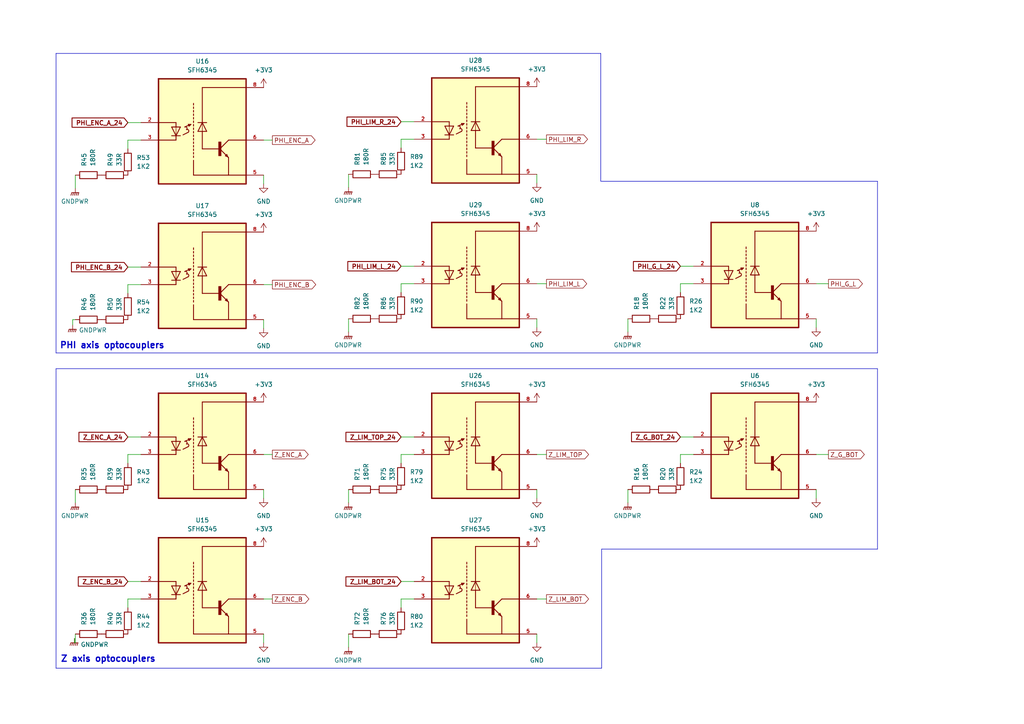
<source format=kicad_sch>
(kicad_sch (version 20230121) (generator eeschema)
  (paper "A4")
  (title_block (title "Karcsi (INDACT Robot Arm) - Phi & Z axes optocouplers") (date "2023-10-07") (rev "1.1") (company "LEGO Kör (legokor.hu)") (comment 1 "Design by Andi Serban & Máté Kovács"))
  (lib_symbols
    (symbol "Device:R" (pin_numbers hide) (pin_names (offset 0))
      (property "Reference" "R" (at 2.032 0 90))
      (property "Value" "R" (at 0 0 90))
      (symbol "R_0_1"
        (rectangle (start -1.016 -2.54) (end 1.016 2.54) (stroke (width 0.254)))
      )
      (symbol "R_1_1"
        (pin passive line (at 0 3.81 270) (length 1.27) (name "~") (number "1"))
        (pin passive line (at 0 -3.81 90) (length 1.27) (name "~") (number "2"))
      )
    )
    (symbol "SFH6345:SFH6345" (pin_names (offset 1.016))
      (property "Reference" "U" (at -5.0864 15.7678 0))
      (property "Value" "SFH6345" (at -5.0899 -17.8145 0))
      (symbol "SFH6345_0_0"
        (rectangle (start -12.7 -15.24) (end 12.7 15.24) (stroke (width 0.4064)) (fill (type background)))
        (arc (start -4.572 0.508) (mid -4.4896 1.1133) (end -5.08 1.27) (stroke (width 0.254)))
        (arc (start -4.064 -0.254) (mid -3.9816 0.3513) (end -4.572 0.508) (stroke (width 0.254)))
        (arc (start -3.81 1.778) (mid -4.4239 1.563) (end -5.08 1.27) (stroke (width 0.254)))
        (polyline (pts (xy -7.62 -2.54) (xy -12.7 -2.54)) (stroke (width 0.254)))
        (polyline (pts (xy -7.62 -1.27) (xy -8.89 -1.27)) (stroke (width 0.254)))
        (polyline (pts (xy -7.62 -1.27) (xy -8.89 1.27)) (stroke (width 0.254)))
        (polyline (pts (xy -7.62 -1.27) (xy -7.62 -2.54)) (stroke (width 0.254)))
        (polyline (pts (xy -7.62 1.27) (xy -8.89 1.27)) (stroke (width 0.254)))
        (polyline (pts (xy -7.62 1.27) (xy -7.62 -1.27)) (stroke (width 0.1524)))
        (polyline (pts (xy -7.62 1.27) (xy -7.62 2.54)) (stroke (width 0.254)))
        (polyline (pts (xy -7.62 2.54) (xy -12.7 2.54)) (stroke (width 0.254)))
        (polyline (pts (xy -6.35 -1.27) (xy -7.62 -1.27)) (stroke (width 0.254)))
        (polyline (pts (xy -6.35 1.27) (xy -7.62 -1.27)) (stroke (width 0.254)))
        (polyline (pts (xy -6.35 1.27) (xy -7.62 1.27)) (stroke (width 0.254)))
        (polyline (pts (xy -5.588 -1.016) (xy -4.064 -0.254)) (stroke (width 0.254)))
        (polyline (pts (xy -4.064 2.032) (xy -3.81 1.524)) (stroke (width 0.254)))
        (polyline (pts (xy -3.81 1.524) (xy -3.556 1.778)) (stroke (width 0.254)))
        (polyline (pts (xy -3.81 1.778) (xy -3.556 1.778)) (stroke (width 0.254)))
        (polyline (pts (xy -3.556 1.778) (xy -3.302 2.032)) (stroke (width 0.254)))
        (polyline (pts (xy -3.302 2.032) (xy -4.064 2.032)) (stroke (width 0.254)))
        (polyline (pts (xy -2.54 -12.7) (xy -2.54 -8.382)) (stroke (width 0.254)))
        (polyline (pts (xy -2.54 -7.62) (xy -2.54 -7.112)) (stroke (width 0.254)))
        (polyline (pts (xy -2.54 -6.604) (xy -2.54 -6.096)) (stroke (width 0.254)))
        (polyline (pts (xy -2.54 -5.588) (xy -2.54 -5.08)) (stroke (width 0.254)))
        (polyline (pts (xy -2.54 -4.572) (xy -2.54 -4.064)) (stroke (width 0.254)))
        (polyline (pts (xy -2.54 -3.556) (xy -2.54 -3.048)) (stroke (width 0.254)))
        (polyline (pts (xy -2.54 -2.54) (xy -2.54 -2.032)) (stroke (width 0.254)))
        (polyline (pts (xy -2.54 -1.524) (xy -2.54 -1.016)) (stroke (width 0.254)))
        (polyline (pts (xy -2.54 -0.508) (xy -2.54 0)) (stroke (width 0.254)))
        (polyline (pts (xy -2.54 0.508) (xy -2.54 1.016)) (stroke (width 0.254)))
        (polyline (pts (xy -2.54 1.524) (xy -2.54 2.032)) (stroke (width 0.254)))
        (polyline (pts (xy -2.54 2.54) (xy -2.54 3.048)) (stroke (width 0.254)))
        (polyline (pts (xy -2.54 3.556) (xy -2.54 4.064)) (stroke (width 0.254)))
        (polyline (pts (xy -2.54 4.572) (xy -2.54 5.08)) (stroke (width 0.254)))
        (polyline (pts (xy -2.54 5.588) (xy -2.54 6.096)) (stroke (width 0.254)))
        (polyline (pts (xy -2.54 6.604) (xy -2.54 7.112)) (stroke (width 0.254)))
        (polyline (pts (xy -2.54 7.62) (xy -2.54 8.128)) (stroke (width 0.254)))
        (polyline (pts (xy -1.27 0) (xy 0 0)) (stroke (width 0.254)))
        (polyline (pts (xy -1.27 0) (xy 0 2.54)) (stroke (width 0.254)))
        (polyline (pts (xy -1.27 2.54) (xy 0 2.54)) (stroke (width 0.254)))
        (polyline (pts (xy 0 -5.08) (xy 5.08 -5.08)) (stroke (width 0.254)))
        (polyline (pts (xy 0 0) (xy 0 -5.08)) (stroke (width 0.254)))
        (polyline (pts (xy 0 0) (xy 0 2.54)) (stroke (width 0.1524)))
        (polyline (pts (xy 0 0) (xy 1.27 0)) (stroke (width 0.254)))
        (polyline (pts (xy 0 2.54) (xy 0 12.7)) (stroke (width 0.254)))
        (polyline (pts (xy 0 2.54) (xy 1.27 0)) (stroke (width 0.254)))
        (polyline (pts (xy 0 2.54) (xy 1.27 2.54)) (stroke (width 0.254)))
        (polyline (pts (xy 0 12.7) (xy 12.7 12.7)) (stroke (width 0.254)))
        (polyline (pts (xy 5.08 -5.08) (xy 7.62 -7.62)) (stroke (width 0.254)))
        (polyline (pts (xy 7.62 -12.7) (xy -2.54 -12.7)) (stroke (width 0.254)))
        (polyline (pts (xy 7.62 -12.7) (xy 12.7 -12.7)) (stroke (width 0.254)))
        (polyline (pts (xy 7.62 -7.62) (xy 7.62 -12.7)) (stroke (width 0.254)))
        (polyline (pts (xy 7.62 -2.54) (xy 5.08 -5.08)) (stroke (width 0.254)))
        (polyline (pts (xy 7.62 -2.54) (xy 12.7 -2.54)) (stroke (width 0.254)))
        (polyline (pts (xy 7.493 -7.493) (xy 7.112 -6.604) (xy 6.604 -7.112) (xy 7.493 -7.493)) (stroke (width 0.1524)) (fill (type outline)))
        (rectangle (start 4.7075 -7.1248) (end 5.461 -3.048) (stroke (width 0.1)) (fill (type outline)))
        (pin passive line (at -17.78 2.54 0) (length 5.08) (name "~") (number "2"))
        (pin passive line (at -17.78 -2.54 0) (length 5.08) (name "~") (number "3"))
        (pin passive line (at 17.78 -12.7 180) (length 5.08) (name "~") (number "5"))
        (pin passive line (at 17.78 -2.54 180) (length 5.08) (name "~") (number "6"))
        (pin power_in line (at 17.78 12.7 180) (length 5.08) (name "~") (number "8"))
      )
    )
    (symbol "power:+3V3" (power) (pin_names (offset 0))
      (property "Value" "+3V3" (at 0 3.556 0))
      (symbol "+3V3_0_1"
        (polyline (pts (xy -0.762 1.27) (xy 0 2.54)))
        (polyline (pts (xy 0 0) (xy 0 2.54)))
        (polyline (pts (xy 0 2.54) (xy 0.762 1.27)))
      )
      (symbol "+3V3_1_1"
        (pin power_in line (at 0 0 90) (length 0) hide (name "+3V3") (number "1"))
      )
    )
    (symbol "power:GND" (power) (pin_names (offset 0))
      (property "Value" "GND" (at 0 -3.81 0))
      (symbol "GND_0_1"
        (polyline (pts (xy 0 0) (xy 0 -1.27) (xy 1.27 -1.27) (xy 0 -2.54) (xy -1.27 -1.27) (xy 0 -1.27)))
      )
      (symbol "GND_1_1"
        (pin power_in line (at 0 0 270) (length 0) hide (name "GND") (number "1"))
      )
    )
    (symbol "power:GNDPWR" (power) (pin_names (offset 0))
      (property "Value" "GNDPWR" (at 0 -3.302 0))
      (symbol "GNDPWR_0_1"
        (polyline (pts (xy 0 -1.27) (xy 0 0)))
        (polyline (pts (xy -1.016 -1.27) (xy -1.27 -2.032) (xy -1.27 -2.032)) (stroke (width 0.2032)))
        (polyline (pts (xy -0.508 -1.27) (xy -0.762 -2.032) (xy -0.762 -2.032)) (stroke (width 0.2032)))
        (polyline (pts (xy 0 -1.27) (xy -0.254 -2.032) (xy -0.254 -2.032)) (stroke (width 0.2032)))
        (polyline (pts (xy 0.508 -1.27) (xy 0.254 -2.032) (xy 0.254 -2.032)) (stroke (width 0.2032)))
        (polyline (pts (xy 1.016 -1.27) (xy -1.016 -1.27) (xy -1.016 -1.27)) (stroke (width 0.2032)))
        (polyline (pts (xy 1.016 -1.27) (xy 0.762 -2.032) (xy 0.762 -2.032) (xy 0.762 -2.032)) (stroke (width 0.2032)))
      )
      (symbol "GNDPWR_1_1"
        (pin power_in line (at 0 0 270) (length 0) hide (name "GNDPWR") (number "1"))
      )
    )
  )
  (wire (pts (xy 201.168 131.826) (xy 197.358 131.826)))
  (wire (pts (xy 101.092 54.356) (xy 101.092 50.546)))
  (wire (pts (xy 37.084 173.736) (xy 37.084 176.276)))
  (wire (pts (xy 155.702 92.456) (xy 155.702 94.996)))
  (polyline (pts (xy 16.256 15.494) (xy 174.244 15.494)))
  (wire (pts (xy 116.332 35.306) (xy 120.142 35.306)))
  (wire (pts (xy 197.358 77.216) (xy 201.168 77.216)))
  (wire (pts (xy 37.084 77.47) (xy 40.894 77.47)))
  (wire (pts (xy 236.728 82.296) (xy 240.284 82.296)))
  (wire (pts (xy 120.142 40.386) (xy 116.332 40.386)))
  (wire (pts (xy 155.702 82.296) (xy 158.496 82.296)))
  (polyline (pts (xy 16.256 106.934) (xy 254.508 106.934)))
  (wire (pts (xy 155.702 173.736) (xy 158.496 173.736)))
  (wire (pts (xy 116.332 131.826) (xy 116.332 134.366)))
  (wire (pts (xy 21.844 54.61) (xy 21.844 50.8)))
  (wire (pts (xy 76.454 141.986) (xy 76.454 144.526)))
  (wire (pts (xy 40.894 82.55) (xy 37.084 82.55)))
  (polyline (pts (xy 174.498 159.258) (xy 254.508 159.258)))
  (wire (pts (xy 21.844 145.796) (xy 21.844 141.986)))
  (wire (pts (xy 21.59 185.166) (xy 21.59 186.436)))
  (polyline (pts (xy 16.256 15.494) (xy 16.256 102.362)))
  (wire (pts (xy 40.894 40.64) (xy 37.084 40.64)))
  (polyline (pts (xy 16.256 102.362) (xy 254.508 102.362)))
  (wire (pts (xy 76.454 183.896) (xy 76.454 186.436)))
  (wire (pts (xy 120.142 173.736) (xy 116.332 173.736)))
  (polyline (pts (xy 254.508 159.258) (xy 254.508 106.934)))
  (wire (pts (xy 37.084 168.656) (xy 40.894 168.656)))
  (wire (pts (xy 76.454 82.55) (xy 78.994 82.55)))
  (wire (pts (xy 21.082 92.71) (xy 21.082 94.234)))
  (polyline (pts (xy 254.508 102.362) (xy 254.508 52.578)))
  (polyline (pts (xy 174.244 52.578) (xy 174.244 15.494)))
  (wire (pts (xy 236.728 141.986) (xy 236.728 144.526)))
  (wire (pts (xy 37.084 131.826) (xy 37.084 134.366)))
  (wire (pts (xy 116.332 173.736) (xy 116.332 176.276)))
  (wire (pts (xy 76.454 50.8) (xy 76.454 53.34)))
  (wire (pts (xy 120.142 82.296) (xy 116.332 82.296)))
  (wire (pts (xy 197.358 126.746) (xy 201.168 126.746)))
  (wire (pts (xy 40.894 131.826) (xy 37.084 131.826)))
  (wire (pts (xy 101.092 96.266) (xy 101.092 92.456)))
  (polyline (pts (xy 174.498 193.802) (xy 174.498 159.258)))
  (wire (pts (xy 155.702 50.546) (xy 155.702 53.086)))
  (wire (pts (xy 37.084 82.55) (xy 37.084 85.09)))
  (wire (pts (xy 182.118 96.266) (xy 182.118 92.456)))
  (wire (pts (xy 236.728 92.456) (xy 236.728 94.996)))
  (wire (pts (xy 155.702 131.826) (xy 158.496 131.826)))
  (wire (pts (xy 101.092 187.706) (xy 101.092 183.896)))
  (wire (pts (xy 116.332 168.656) (xy 120.142 168.656)))
  (polyline (pts (xy 16.256 106.934) (xy 16.256 193.802)))
  (wire (pts (xy 76.454 40.64) (xy 78.994 40.64)))
  (wire (pts (xy 21.844 186.436) (xy 21.844 183.896)))
  (wire (pts (xy 37.084 40.64) (xy 37.084 43.18)))
  (wire (pts (xy 120.142 131.826) (xy 116.332 131.826)))
  (wire (pts (xy 21.082 92.71) (xy 21.844 92.71)))
  (polyline (pts (xy 16.256 193.802) (xy 174.498 193.802)))
  (wire (pts (xy 197.358 84.836) (xy 197.358 82.296)))
  (wire (pts (xy 116.332 40.386) (xy 116.332 42.926)))
  (wire (pts (xy 37.084 126.746) (xy 40.894 126.746)))
  (wire (pts (xy 236.728 131.826) (xy 240.284 131.826)))
  (wire (pts (xy 197.358 82.296) (xy 201.168 82.296)))
  (wire (pts (xy 40.894 173.736) (xy 37.084 173.736)))
  (wire (pts (xy 21.59 186.436) (xy 21.844 186.436)))
  (wire (pts (xy 116.332 126.746) (xy 120.142 126.746)))
  (wire (pts (xy 116.332 77.216) (xy 120.142 77.216)))
  (wire (pts (xy 155.702 40.386) (xy 158.496 40.386)))
  (polyline (pts (xy 254.508 52.578) (xy 174.244 52.578)))
  (wire (pts (xy 76.454 173.736) (xy 78.994 173.736)))
  (wire (pts (xy 37.084 35.56) (xy 40.894 35.56)))
  (wire (pts (xy 155.702 141.986) (xy 155.702 144.526)))
  (wire (pts (xy 76.454 131.826) (xy 78.994 131.826)))
  (wire (pts (xy 116.332 82.296) (xy 116.332 84.836)))
  (wire (pts (xy 182.118 145.796) (xy 182.118 141.986)))
  (wire (pts (xy 101.092 145.796) (xy 101.092 141.986)))
  (wire (pts (xy 197.358 131.826) (xy 197.358 134.366)))
  (wire (pts (xy 155.702 183.896) (xy 155.702 186.436)))
  (wire (pts (xy 76.454 92.71) (xy 76.454 95.25)))
  (text "Z axis optocouplers" (at 17.526 192.278 0) (effects (font (size 1.8 1.8) bold) (justify left bottom)))
  (text "PHI axis optocouplers" (at 17.272 101.346 0) (effects (font (size 1.8 1.8) (thickness 0.36) bold) (justify left bottom)))
  (global_label "PHI_G_L_24" (shape input) (at 197.358 77.216 180) (effects (font bold)) (property "Intersheetrefs" "${INTERSHEET_REFS}" (at 183.0716 77.216 0) (effects (justify right))))
  (global_label "PHI_ENC_B_24" (shape input) (at 37.084 77.47 180) (effects (font bold)) (property "Intersheetrefs" "${INTERSHEET_REFS}" (at 20.0762 77.47 0) (effects (justify right))))
  (global_label "Z_LIM_TOP" (shape output) (at 158.496 131.826 0) (property "Intersheetrefs" "${INTERSHEET_REFS}" (at 171.2783 131.826 0) (effects (justify left))))
  (global_label "PHI_LIM_L" (shape output) (at 158.496 82.296 0) (property "Intersheetrefs" "${INTERSHEET_REFS}" (at 170.7341 82.296 0) (effects (justify left))))
  (global_label "Z_ENC_B_24" (shape input) (at 37.084 168.656 180) (effects (font bold)) (property "Intersheetrefs" "${INTERSHEET_REFS}" (at 22.072 168.656 0) (effects (justify right))))
  (global_label "Z_G_BOT" (shape output) (at 240.284 131.826 0) (property "Intersheetrefs" "${INTERSHEET_REFS}" (at 251.252 131.826 0) (effects (justify left))))
  (global_label "PHI_LIM_R" (shape output) (at 158.496 40.386 0) (property "Intersheetrefs" "${INTERSHEET_REFS}" (at 170.976 40.386 0) (effects (justify left))))
  (global_label "PHI_ENC_B" (shape output) (at 78.994 82.55 0) (property "Intersheetrefs" "${INTERSHEET_REFS}" (at 92.1392 82.55 0) (effects (justify left))))
  (global_label "PHI_ENC_A_24" (shape input) (at 37.084 35.56 180) (effects (font bold)) (property "Intersheetrefs" "${INTERSHEET_REFS}" (at 20.2576 35.56 0) (effects (justify right))))
  (global_label "Z_ENC_A" (shape output) (at 78.994 131.826 0) (property "Intersheetrefs" "${INTERSHEET_REFS}" (at 89.962 131.826 0) (effects (justify left))))
  (global_label "Z_G_BOT_24" (shape input) (at 197.358 126.746 180) (effects (font bold)) (property "Intersheetrefs" "${INTERSHEET_REFS}" (at 182.5274 126.746 0) (effects (justify right))))
  (global_label "PHI_ENC_A" (shape output) (at 78.994 40.64 0) (property "Intersheetrefs" "${INTERSHEET_REFS}" (at 90.424 40.64 0) (effects (justify left))))
  (global_label "PHI_LIM_L_24" (shape input) (at 116.332 77.216 180) (effects (font bold)) (property "Intersheetrefs" "${INTERSHEET_REFS}" (at 100.2313 77.851 0) (effects (justify right))))
  (global_label "Z_LIM_TOP_24" (shape input) (at 116.332 126.746 180) (effects (font bold)) (property "Intersheetrefs" "${INTERSHEET_REFS}" (at 99.6871 126.746 0) (effects (justify right))))
  (global_label "PHI_G_L" (shape output) (at 240.284 82.296 0) (property "Intersheetrefs" "${INTERSHEET_REFS}" (at 250.7078 82.296 0) (effects (justify left))))
  (global_label "Z_ENC_B" (shape output) (at 78.994 173.736 0) (property "Intersheetrefs" "${INTERSHEET_REFS}" (at 90.1434 173.736 0) (effects (justify left))))
  (global_label "PHI_LIM_R_24" (shape input) (at 116.332 35.306 180) (effects (font bold)) (property "Intersheetrefs" "${INTERSHEET_REFS}" (at 99.9894 35.941 0) (effects (justify right))))
  (global_label "Z_LIM_BOT_24" (shape input) (at 116.332 168.656 180) (effects (font bold)) (property "Intersheetrefs" "${INTERSHEET_REFS}" (at 99.6871 168.656 0) (effects (justify right))))
  (global_label "Z_LIM_BOT" (shape output) (at 158.496 173.736 0) (property "Intersheetrefs" "${INTERSHEET_REFS}" (at 171.2783 173.736 0) (effects (justify left))))
  (global_label "Z_ENC_A_24" (shape input) (at 37.084 126.746 180) (effects (font bold)) (property "Intersheetrefs" "${INTERSHEET_REFS}" (at 22.2534 126.746 0) (effects (justify right))))
  (symbol (lib_id "Device:R") (at 33.274 141.986 90) (unit 1)
    (property "Reference" "R39" (at 32.004 139.446 0) (effects (justify left)))
    (property "Value" "33R" (at 34.544 139.446 0) (effects (justify left)))
    (property "Footprint" "Resistor_SMD:R_0805_2012Metric_Pad1.20x1.40mm_HandSolder" (effects hide))
    (instances (project "INDACT_baseboard" (path "" (reference "R39") (unit 1)) (path "" (reference "R53") (unit 1))))
  )
  (symbol (lib_id "SFH6345:SFH6345") (at 137.922 129.286 0) (unit 1)
    (property "Reference" "U26" (at 137.922 108.966 0))
    (property "Value" "SFH6345" (at 137.922 111.506 0))
    (property "Footprint" "SFH6345:DIP762W50P254L977H451Q8" (effects hide))
    (property "MF" "Vishay Semiconductor" (effects hide))
    (property "Description" "\nSFH6345 DC Input Transistor Output Optocoupler, Through Hole, 8-Pin PDIP | Vishay / Small Signal & Opto Products (SSP) SFH6345\n" (effects hide))
    (property "Package" "DIP-8 Fairchild Semiconductor" (effects hide))
    (property "Price" "None" (effects hide))
    (property "Check_prices" "https://www.snapeda.com/parts/SFH6345/Vishay+Semiconductor+Opto+Division/view-part/?ref=eda" (effects hide))
    (property "SnapEDA_Link" "https://www.snapeda.com/parts/SFH6345/Vishay+Semiconductor+Opto+Division/view-part/?ref=snap" (effects hide))
    (property "MP" "SFH6345" (effects hide))
    (property "Purchase-URL" "https://www.snapeda.com/api/url_track_click_mouser/?unipart_id=292918&manufacturer=Vishay Semiconductor&part_name=SFH6345&search_term=None" (effects hide))
    (property "Availability" "In Stock" (effects hide))
    (property "MANUFACTURER" "VISHAY" (effects hide))
    (instances (project "INDACT_baseboard" (path "" (reference "U26") (unit 1)) (path "" (reference "U1") (unit 1))))
  )
  (symbol (lib_id "power:GNDPWR") (at 21.844 54.61 0) (unit 1)
    (property "Reference" "#PWR0107" (effects hide))
    (property "Value" "GNDPWR" (at 21.717 58.42 0))
    (instances (project "INDACT_baseboard" (path "" (reference "#PWR0107") (unit 1)) (path "" (reference "#PWR0513") (unit 1))))
  )
  (symbol (lib_id "SFH6345:SFH6345") (at 58.674 129.286 0) (unit 1)
    (property "Reference" "U14" (at 58.674 108.966 0))
    (property "Value" "SFH6345" (at 58.674 111.506 0))
    (property "Footprint" "SFH6345:DIP762W50P254L977H451Q8" (effects hide))
    (property "MF" "Vishay Semiconductor" (effects hide))
    (property "Description" "\nSFH6345 DC Input Transistor Output Optocoupler, Through Hole, 8-Pin PDIP | Vishay / Small Signal & Opto Products (SSP) SFH6345\n" (effects hide))
    (property "Package" "DIP-8 Fairchild Semiconductor" (effects hide))
    (property "Price" "None" (effects hide))
    (property "Check_prices" "https://www.snapeda.com/parts/SFH6345/Vishay+Semiconductor+Opto+Division/view-part/?ref=eda" (effects hide))
    (property "SnapEDA_Link" "https://www.snapeda.com/parts/SFH6345/Vishay+Semiconductor+Opto+Division/view-part/?ref=snap" (effects hide))
    (property "MP" "SFH6345" (effects hide))
    (property "Purchase-URL" "https://www.snapeda.com/api/url_track_click_mouser/?unipart_id=292918&manufacturer=Vishay Semiconductor&part_name=SFH6345&search_term=None" (effects hide))
    (property "Availability" "In Stock" (effects hide))
    (property "MANUFACTURER" "VISHAY" (effects hide))
    (instances (project "INDACT_baseboard" (path "" (reference "U14") (unit 1)) (path "" (reference "U1") (unit 1))))
  )
  (symbol (lib_id "power:+3V3") (at 236.728 116.586 0) (unit 1)
    (property "Reference" "#PWR080" (effects hide))
    (property "Value" "+3V3" (at 236.728 111.506 0))
  )
  (symbol (lib_id "power:+3V3") (at 76.454 25.4 0) (unit 1)
    (property "Reference" "#PWR0111" (effects hide))
    (property "Value" "+3V3" (at 76.454 20.32 0))
    (instances (project "INDACT_baseboard" (path "" (reference "#PWR0111") (unit 1)) (path "" (reference "#PWR0515") (unit 1))))
  )
  (symbol (lib_id "Device:R") (at 112.522 141.986 90) (unit 1)
    (property "Reference" "R75" (at 111.252 139.446 0) (effects (justify left)))
    (property "Value" "33R" (at 113.792 139.446 0) (effects (justify left)))
    (property "Footprint" "Resistor_SMD:R_0805_2012Metric_Pad1.20x1.40mm_HandSolder" (effects hide))
    (instances (project "INDACT_baseboard" (path "" (reference "R75") (unit 1)) (path "" (reference "R53") (unit 1))))
  )
  (symbol (lib_id "SFH6345:SFH6345") (at 58.674 171.196 0) (unit 1)
    (property "Reference" "U15" (at 58.674 150.876 0))
    (property "Value" "SFH6345" (at 58.674 153.416 0))
    (property "Footprint" "SFH6345:DIP762W50P254L977H451Q8" (effects hide))
    (property "MF" "Vishay Semiconductor" (effects hide))
    (property "Description" "\nSFH6345 DC Input Transistor Output Optocoupler, Through Hole, 8-Pin PDIP | Vishay / Small Signal & Opto Products (SSP) SFH6345\n" (effects hide))
    (property "Package" "DIP-8 Fairchild Semiconductor" (effects hide))
    (property "Price" "None" (effects hide))
    (property "Check_prices" "https://www.snapeda.com/parts/SFH6345/Vishay+Semiconductor+Opto+Division/view-part/?ref=eda" (effects hide))
    (property "SnapEDA_Link" "https://www.snapeda.com/parts/SFH6345/Vishay+Semiconductor+Opto+Division/view-part/?ref=snap" (effects hide))
    (property "MP" "SFH6345" (effects hide))
    (property "Purchase-URL" "https://www.snapeda.com/api/url_track_click_mouser/?unipart_id=292918&manufacturer=Vishay Semiconductor&part_name=SFH6345&search_term=None" (effects hide))
    (property "Availability" "In Stock" (effects hide))
    (property "MANUFACTURER" "VISHAY" (effects hide))
    (instances (project "INDACT_baseboard" (path "" (reference "U15") (unit 1)) (path "" (reference "U2") (unit 1))))
  )
  (symbol (lib_id "Device:R") (at 25.654 141.986 90) (unit 1)
    (property "Reference" "R35" (at 24.384 139.446 0) (effects (justify left)))
    (property "Value" "180R" (at 26.924 139.446 0) (effects (justify left)))
    (property "Footprint" "Resistor_SMD:R_0805_2012Metric_Pad1.20x1.40mm_HandSolder" (effects hide))
    (instances (project "INDACT_baseboard" (path "" (reference "R35") (unit 1)) (path "" (reference "R52") (unit 1))))
  )
  (symbol (lib_id "Device:R") (at 112.522 183.896 90) (unit 1)
    (property "Reference" "R76" (at 111.252 181.356 0) (effects (justify left)))
    (property "Value" "33R" (at 113.792 181.356 0) (effects (justify left)))
    (property "Footprint" "Resistor_SMD:R_0805_2012Metric_Pad1.20x1.40mm_HandSolder" (effects hide))
    (instances (project "INDACT_baseboard" (path "" (reference "R76") (unit 1)) (path "" (reference "R53") (unit 1))))
  )
  (symbol (lib_id "Device:R") (at 25.654 183.896 90) (unit 1)
    (property "Reference" "R36" (at 24.384 181.356 0) (effects (justify left)))
    (property "Value" "180R" (at 26.924 181.356 0) (effects (justify left)))
    (property "Footprint" "Resistor_SMD:R_0805_2012Metric_Pad1.20x1.40mm_HandSolder" (effects hide))
    (instances (project "INDACT_baseboard" (path "" (reference "R36") (unit 1)) (path "" (reference "R52") (unit 1))))
  )
  (symbol (lib_id "power:GNDPWR") (at 182.118 96.266 0) (unit 1)
    (property "Reference" "#PWR077" (effects hide))
    (property "Value" "GNDPWR" (at 181.991 100.076 0))
  )
  (symbol (lib_id "Device:R") (at 25.654 50.8 90) (unit 1)
    (property "Reference" "R45" (at 24.384 48.26 0) (effects (justify left)))
    (property "Value" "180R" (at 26.924 48.26 0) (effects (justify left)))
    (property "Footprint" "Resistor_SMD:R_0805_2012Metric_Pad1.20x1.40mm_HandSolder" (effects hide))
    (instances (project "INDACT_baseboard" (path "" (reference "R45") (unit 1)) (path "" (reference "R52") (unit 1))))
  )
  (symbol (lib_id "power:GNDPWR") (at 101.092 187.706 0) (unit 1)
    (property "Reference" "#PWR0134" (effects hide))
    (property "Value" "GNDPWR" (at 100.965 191.516 0))
    (instances (project "INDACT_baseboard" (path "" (reference "#PWR0134") (unit 1)) (path "" (reference "#PWR0502") (unit 1))))
  )
  (symbol (lib_id "Device:R") (at 116.332 180.086 0) (unit 1)
    (property "Reference" "R80" (at 118.872 178.816 0) (effects (justify left)))
    (property "Value" "1K2" (at 118.872 181.356 0) (effects (justify left)))
    (property "Footprint" "Resistor_SMD:R_0805_2012Metric_Pad1.20x1.40mm_HandSolder" (effects hide))
    (instances (project "INDACT_baseboard" (path "" (reference "R80") (unit 1)) (path "" (reference "R2") (unit 1))))
  )
  (symbol (lib_id "power:+3V3") (at 155.702 25.146 0) (unit 1)
    (property "Reference" "#PWR0147" (effects hide))
    (property "Value" "+3V3" (at 155.702 20.066 0))
    (instances (project "INDACT_baseboard" (path "" (reference "#PWR0147") (unit 1)) (path "" (reference "#PWR0521") (unit 1))))
  )
  (symbol (lib_id "power:GND") (at 76.454 53.34 0) (unit 1)
    (property "Reference" "#PWR0112" (effects hide))
    (property "Value" "GND" (at 76.454 58.42 0))
    (instances (project "INDACT_baseboard" (path "" (reference "#PWR0112") (unit 1)) (path "" (reference "#PWR0516") (unit 1))))
  )
  (symbol (lib_id "power:GND") (at 155.702 186.436 0) (unit 1)
    (property "Reference" "#PWR0142" (effects hide))
    (property "Value" "GND" (at 155.702 191.516 0))
    (instances (project "INDACT_baseboard" (path "" (reference "#PWR0142") (unit 1)) (path "" (reference "#PWR0506") (unit 1))))
  )
  (symbol (lib_id "Device:R") (at 37.084 46.99 0) (unit 1)
    (property "Reference" "R53" (at 39.624 45.72 0) (effects (justify left)))
    (property "Value" "1K2" (at 39.624 48.26 0) (effects (justify left)))
    (property "Footprint" "Resistor_SMD:R_0805_2012Metric_Pad1.20x1.40mm_HandSolder" (effects hide))
    (instances (project "INDACT_baseboard" (path "" (reference "R53") (unit 1)) (path "" (reference "R1") (unit 1))))
  )
  (symbol (lib_id "Device:R") (at 116.332 88.646 0) (unit 1)
    (property "Reference" "R90" (at 118.872 87.376 0) (effects (justify left)))
    (property "Value" "1K2" (at 118.872 89.916 0) (effects (justify left)))
    (property "Footprint" "Resistor_SMD:R_0805_2012Metric_Pad1.20x1.40mm_HandSolder" (effects hide))
    (instances (project "INDACT_baseboard" (path "" (reference "R90") (unit 1)) (path "" (reference "R2") (unit 1))))
  )
  (symbol (lib_id "power:+3V3") (at 155.702 158.496 0) (unit 1)
    (property "Reference" "#PWR0141" (effects hide))
    (property "Value" "+3V3" (at 155.702 153.416 0))
    (instances (project "INDACT_baseboard" (path "" (reference "#PWR0141") (unit 1)) (path "" (reference "#PWR0505") (unit 1))))
  )
  (symbol (lib_id "power:+3V3") (at 155.702 67.056 0) (unit 1)
    (property "Reference" "#PWR0149" (effects hide))
    (property "Value" "+3V3" (at 155.702 61.976 0))
    (instances (project "INDACT_baseboard" (path "" (reference "#PWR0149") (unit 1)) (path "" (reference "#PWR0523") (unit 1))))
  )
  (symbol (lib_id "power:GND") (at 76.454 186.436 0) (unit 1)
    (property "Reference" "#PWR0106" (effects hide))
    (property "Value" "GND" (at 76.454 191.516 0))
    (instances (project "INDACT_baseboard" (path "" (reference "#PWR0106") (unit 1)) (path "" (reference "#PWR0512") (unit 1))))
  )
  (symbol (lib_id "SFH6345:SFH6345") (at 137.922 171.196 0) (unit 1)
    (property "Reference" "U27" (at 137.922 150.876 0))
    (property "Value" "SFH6345" (at 137.922 153.416 0))
    (property "Footprint" "SFH6345:DIP762W50P254L977H451Q8" (effects hide))
    (property "MF" "Vishay Semiconductor" (effects hide))
    (property "Description" "\nSFH6345 DC Input Transistor Output Optocoupler, Through Hole, 8-Pin PDIP | Vishay / Small Signal & Opto Products (SSP) SFH6345\n" (effects hide))
    (property "Package" "DIP-8 Fairchild Semiconductor" (effects hide))
    (property "Price" "None" (effects hide))
    (property "Check_prices" "https://www.snapeda.com/parts/SFH6345/Vishay+Semiconductor+Opto+Division/view-part/?ref=eda" (effects hide))
    (property "SnapEDA_Link" "https://www.snapeda.com/parts/SFH6345/Vishay+Semiconductor+Opto+Division/view-part/?ref=snap" (effects hide))
    (property "MP" "SFH6345" (effects hide))
    (property "Purchase-URL" "https://www.snapeda.com/api/url_track_click_mouser/?unipart_id=292918&manufacturer=Vishay Semiconductor&part_name=SFH6345&search_term=None" (effects hide))
    (property "Availability" "In Stock" (effects hide))
    (property "MANUFACTURER" "VISHAY" (effects hide))
    (instances (project "INDACT_baseboard" (path "" (reference "U27") (unit 1)) (path "" (reference "U2") (unit 1))))
  )
  (symbol (lib_id "Device:R") (at 116.332 138.176 0) (unit 1)
    (property "Reference" "R79" (at 118.872 136.906 0) (effects (justify left)))
    (property "Value" "1K2" (at 118.872 139.446 0) (effects (justify left)))
    (property "Footprint" "Resistor_SMD:R_0805_2012Metric_Pad1.20x1.40mm_HandSolder" (effects hide))
    (instances (project "INDACT_baseboard" (path "" (reference "R79") (unit 1)) (path "" (reference "R1") (unit 1))))
  )
  (symbol (lib_id "Device:R") (at 185.928 141.986 90) (unit 1)
    (property "Reference" "R16" (at 184.658 139.446 0) (effects (justify left)))
    (property "Value" "180R" (at 187.198 139.446 0) (effects (justify left)))
    (property "Footprint" "Resistor_SMD:R_0805_2012Metric_Pad1.20x1.40mm_HandSolder" (effects hide))
  )
  (symbol (lib_id "Device:R") (at 104.902 50.546 90) (unit 1)
    (property "Reference" "R81" (at 103.632 48.006 0) (effects (justify left)))
    (property "Value" "180R" (at 106.172 48.006 0) (effects (justify left)))
    (property "Footprint" "Resistor_SMD:R_0805_2012Metric_Pad1.20x1.40mm_HandSolder" (effects hide))
    (instances (project "INDACT_baseboard" (path "" (reference "R81") (unit 1)) (path "" (reference "R52") (unit 1))))
  )
  (symbol (lib_id "power:+3V3") (at 236.728 67.056 0) (unit 1)
    (property "Reference" "#PWR084" (effects hide))
    (property "Value" "+3V3" (at 236.728 61.976 0))
  )
  (symbol (lib_id "Device:R") (at 104.902 92.456 90) (unit 1)
    (property "Reference" "R82" (at 103.632 89.916 0) (effects (justify left)))
    (property "Value" "180R" (at 106.172 89.916 0) (effects (justify left)))
    (property "Footprint" "Resistor_SMD:R_0805_2012Metric_Pad1.20x1.40mm_HandSolder" (effects hide))
    (instances (project "INDACT_baseboard" (path "" (reference "R82") (unit 1)) (path "" (reference "R52") (unit 1))))
  )
  (symbol (lib_id "power:GND") (at 155.702 144.526 0) (unit 1)
    (property "Reference" "#PWR0140" (effects hide))
    (property "Value" "GND" (at 155.702 149.606 0))
    (instances (project "INDACT_baseboard" (path "" (reference "#PWR0140") (unit 1)) (path "" (reference "#PWR0504") (unit 1))))
  )
  (symbol (lib_id "SFH6345:SFH6345") (at 218.948 129.286 0) (unit 1)
    (property "Reference" "U6" (at 218.948 108.966 0))
    (property "Value" "SFH6345" (at 218.948 111.506 0))
    (property "Footprint" "SFH6345:DIP762W50P254L977H451Q8" (effects hide))
    (property "MF" "Vishay Semiconductor" (effects hide))
    (property "Description" "\nSFH6345 DC Input Transistor Output Optocoupler, Through Hole, 8-Pin PDIP | Vishay / Small Signal & Opto Products (SSP) SFH6345\n" (effects hide))
    (property "Package" "DIP-8 Fairchild Semiconductor" (effects hide))
    (property "Price" "None" (effects hide))
    (property "Check_prices" "https://www.snapeda.com/parts/SFH6345/Vishay+Semiconductor+Opto+Division/view-part/?ref=eda" (effects hide))
    (property "SnapEDA_Link" "https://www.snapeda.com/parts/SFH6345/Vishay+Semiconductor+Opto+Division/view-part/?ref=snap" (effects hide))
    (property "MP" "SFH6345" (effects hide))
    (property "Purchase-URL" "https://www.snapeda.com/api/url_track_click_mouser/?unipart_id=292918&manufacturer=Vishay Semiconductor&part_name=SFH6345&search_term=None" (effects hide))
    (property "Availability" "In Stock" (effects hide))
    (property "MANUFACTURER" "VISHAY" (effects hide))
  )
  (symbol (lib_id "power:GNDPWR") (at 182.118 145.796 0) (unit 1)
    (property "Reference" "#PWR075" (effects hide))
    (property "Value" "GNDPWR" (at 181.991 149.606 0))
  )
  (symbol (lib_id "SFH6345:SFH6345") (at 218.948 79.756 0) (unit 1)
    (property "Reference" "U8" (at 218.948 59.436 0))
    (property "Value" "SFH6345" (at 218.948 61.976 0))
    (property "Footprint" "SFH6345:DIP762W50P254L977H451Q8" (effects hide))
    (property "MF" "Vishay Semiconductor" (effects hide))
    (property "Description" "\nSFH6345 DC Input Transistor Output Optocoupler, Through Hole, 8-Pin PDIP | Vishay / Small Signal & Opto Products (SSP) SFH6345\n" (effects hide))
    (property "Package" "DIP-8 Fairchild Semiconductor" (effects hide))
    (property "Price" "None" (effects hide))
    (property "Check_prices" "https://www.snapeda.com/parts/SFH6345/Vishay+Semiconductor+Opto+Division/view-part/?ref=eda" (effects hide))
    (property "SnapEDA_Link" "https://www.snapeda.com/parts/SFH6345/Vishay+Semiconductor+Opto+Division/view-part/?ref=snap" (effects hide))
    (property "MP" "SFH6345" (effects hide))
    (property "Purchase-URL" "https://www.snapeda.com/api/url_track_click_mouser/?unipart_id=292918&manufacturer=Vishay Semiconductor&part_name=SFH6345&search_term=None" (effects hide))
    (property "Availability" "In Stock" (effects hide))
    (property "MANUFACTURER" "VISHAY" (effects hide))
  )
  (symbol (lib_id "SFH6345:SFH6345") (at 137.922 79.756 0) (unit 1)
    (property "Reference" "U29" (at 137.922 59.436 0))
    (property "Value" "SFH6345" (at 137.922 61.976 0))
    (property "Footprint" "SFH6345:DIP762W50P254L977H451Q8" (effects hide))
    (property "MF" "Vishay Semiconductor" (effects hide))
    (property "Description" "\nSFH6345 DC Input Transistor Output Optocoupler, Through Hole, 8-Pin PDIP | Vishay / Small Signal & Opto Products (SSP) SFH6345\n" (effects hide))
    (property "Package" "DIP-8 Fairchild Semiconductor" (effects hide))
    (property "Price" "None" (effects hide))
    (property "Check_prices" "https://www.snapeda.com/parts/SFH6345/Vishay+Semiconductor+Opto+Division/view-part/?ref=eda" (effects hide))
    (property "SnapEDA_Link" "https://www.snapeda.com/parts/SFH6345/Vishay+Semiconductor+Opto+Division/view-part/?ref=snap" (effects hide))
    (property "MP" "SFH6345" (effects hide))
    (property "Purchase-URL" "https://www.snapeda.com/api/url_track_click_mouser/?unipart_id=292918&manufacturer=Vishay Semiconductor&part_name=SFH6345&search_term=None" (effects hide))
    (property "Availability" "In Stock" (effects hide))
    (property "MANUFACTURER" "VISHAY" (effects hide))
    (instances (project "INDACT_baseboard" (path "" (reference "U29") (unit 1)) (path "" (reference "U2") (unit 1))))
  )
  (symbol (lib_id "Device:R") (at 197.358 138.176 0) (unit 1)
    (property "Reference" "R24" (at 199.898 136.906 0) (effects (justify left)))
    (property "Value" "1K2" (at 199.898 139.446 0) (effects (justify left)))
    (property "Footprint" "Resistor_SMD:R_0805_2012Metric_Pad1.20x1.40mm_HandSolder" (effects hide))
  )
  (symbol (lib_id "Device:R") (at 185.928 92.456 90) (unit 1)
    (property "Reference" "R18" (at 184.658 89.916 0) (effects (justify left)))
    (property "Value" "180R" (at 187.198 89.916 0) (effects (justify left)))
    (property "Footprint" "Resistor_SMD:R_0805_2012Metric_Pad1.20x1.40mm_HandSolder" (effects hide))
  )
  (symbol (lib_id "Device:R") (at 33.274 183.896 90) (unit 1)
    (property "Reference" "R40" (at 32.004 181.356 0) (effects (justify left)))
    (property "Value" "33R" (at 34.544 181.356 0) (effects (justify left)))
    (property "Footprint" "Resistor_SMD:R_0805_2012Metric_Pad1.20x1.40mm_HandSolder" (effects hide))
    (instances (project "INDACT_baseboard" (path "" (reference "R40") (unit 1)) (path "" (reference "R53") (unit 1))))
  )
  (symbol (lib_id "Device:R") (at 104.902 183.896 90) (unit 1)
    (property "Reference" "R72" (at 103.632 181.356 0) (effects (justify left)))
    (property "Value" "180R" (at 106.172 181.356 0) (effects (justify left)))
    (property "Footprint" "Resistor_SMD:R_0805_2012Metric_Pad1.20x1.40mm_HandSolder" (effects hide))
    (instances (project "INDACT_baseboard" (path "" (reference "R72") (unit 1)) (path "" (reference "R52") (unit 1))))
  )
  (symbol (lib_id "Device:R") (at 112.522 92.456 90) (unit 1)
    (property "Reference" "R86" (at 111.252 89.916 0) (effects (justify left)))
    (property "Value" "33R" (at 113.792 89.916 0) (effects (justify left)))
    (property "Footprint" "Resistor_SMD:R_0805_2012Metric_Pad1.20x1.40mm_HandSolder" (effects hide))
    (instances (project "INDACT_baseboard" (path "" (reference "R86") (unit 1)) (path "" (reference "R53") (unit 1))))
  )
  (symbol (lib_id "Device:R") (at 37.084 180.086 0) (unit 1)
    (property "Reference" "R44" (at 39.624 178.816 0) (effects (justify left)))
    (property "Value" "1K2" (at 39.624 181.356 0) (effects (justify left)))
    (property "Footprint" "Resistor_SMD:R_0805_2012Metric_Pad1.20x1.40mm_HandSolder" (effects hide))
    (instances (project "INDACT_baseboard" (path "" (reference "R44") (unit 1)) (path "" (reference "R2") (unit 1))))
  )
  (symbol (lib_id "power:+3V3") (at 76.454 116.586 0) (unit 1)
    (property "Reference" "#PWR0103" (effects hide))
    (property "Value" "+3V3" (at 76.454 111.506 0))
    (instances (project "INDACT_baseboard" (path "" (reference "#PWR0103") (unit 1)) (path "" (reference "#PWR0509") (unit 1))))
  )
  (symbol (lib_id "power:+3V3") (at 76.454 158.496 0) (unit 1)
    (property "Reference" "#PWR0105" (effects hide))
    (property "Value" "+3V3" (at 76.454 153.416 0))
    (instances (project "INDACT_baseboard" (path "" (reference "#PWR0105") (unit 1)) (path "" (reference "#PWR0511") (unit 1))))
  )
  (symbol (lib_id "Device:R") (at 33.274 50.8 90) (unit 1)
    (property "Reference" "R49" (at 32.004 48.26 0) (effects (justify left)))
    (property "Value" "33R" (at 34.544 48.26 0) (effects (justify left)))
    (property "Footprint" "Resistor_SMD:R_0805_2012Metric_Pad1.20x1.40mm_HandSolder" (effects hide))
    (instances (project "INDACT_baseboard" (path "" (reference "R49") (unit 1)) (path "" (reference "R53") (unit 1))))
  )
  (symbol (lib_id "power:+3V3") (at 76.454 67.31 0) (unit 1)
    (property "Reference" "#PWR0113" (effects hide))
    (property "Value" "+3V3" (at 76.454 62.23 0))
    (instances (project "INDACT_baseboard" (path "" (reference "#PWR0113") (unit 1)) (path "" (reference "#PWR0517") (unit 1))))
  )
  (symbol (lib_id "power:GNDPWR") (at 101.092 145.796 0) (unit 1)
    (property "Reference" "#PWR0133" (effects hide))
    (property "Value" "GNDPWR" (at 100.965 149.606 0))
    (instances (project "INDACT_baseboard" (path "" (reference "#PWR0133") (unit 1)) (path "" (reference "#PWR0501") (unit 1))))
  )
  (symbol (lib_id "Device:R") (at 193.548 141.986 90) (unit 1)
    (property "Reference" "R20" (at 192.278 139.446 0) (effects (justify left)))
    (property "Value" "33R" (at 194.818 139.446 0) (effects (justify left)))
    (property "Footprint" "Resistor_SMD:R_0805_2012Metric_Pad1.20x1.40mm_HandSolder" (effects hide))
  )
  (symbol (lib_id "power:GND") (at 155.702 53.086 0) (unit 1)
    (property "Reference" "#PWR0148" (effects hide))
    (property "Value" "GND" (at 155.702 58.166 0))
    (instances (project "INDACT_baseboard" (path "" (reference "#PWR0148") (unit 1)) (path "" (reference "#PWR0522") (unit 1))))
  )
  (symbol (lib_id "Device:R") (at 197.358 88.646 0) (unit 1)
    (property "Reference" "R26" (at 199.898 87.376 0) (effects (justify left)))
    (property "Value" "1K2" (at 199.898 89.916 0) (effects (justify left)))
    (property "Footprint" "Resistor_SMD:R_0805_2012Metric_Pad1.20x1.40mm_HandSolder" (effects hide))
  )
  (symbol (lib_id "Device:R") (at 104.902 141.986 90) (unit 1)
    (property "Reference" "R71" (at 103.632 139.446 0) (effects (justify left)))
    (property "Value" "180R" (at 106.172 139.446 0) (effects (justify left)))
    (property "Footprint" "Resistor_SMD:R_0805_2012Metric_Pad1.20x1.40mm_HandSolder" (effects hide))
    (instances (project "INDACT_baseboard" (path "" (reference "R71") (unit 1)) (path "" (reference "R52") (unit 1))))
  )
  (symbol (lib_id "SFH6345:SFH6345") (at 58.674 80.01 0) (unit 1)
    (property "Reference" "U17" (at 58.674 59.69 0))
    (property "Value" "SFH6345" (at 58.674 62.23 0))
    (property "Footprint" "SFH6345:DIP762W50P254L977H451Q8" (effects hide))
    (property "MF" "Vishay Semiconductor" (effects hide))
    (property "Description" "\nSFH6345 DC Input Transistor Output Optocoupler, Through Hole, 8-Pin PDIP | Vishay / Small Signal & Opto Products (SSP) SFH6345\n" (effects hide))
    (property "Package" "DIP-8 Fairchild Semiconductor" (effects hide))
    (property "Price" "None" (effects hide))
    (property "Check_prices" "https://www.snapeda.com/parts/SFH6345/Vishay+Semiconductor+Opto+Division/view-part/?ref=eda" (effects hide))
    (property "SnapEDA_Link" "https://www.snapeda.com/parts/SFH6345/Vishay+Semiconductor+Opto+Division/view-part/?ref=snap" (effects hide))
    (property "MP" "SFH6345" (effects hide))
    (property "Purchase-URL" "https://www.snapeda.com/api/url_track_click_mouser/?unipart_id=292918&manufacturer=Vishay Semiconductor&part_name=SFH6345&search_term=None" (effects hide))
    (property "Availability" "In Stock" (effects hide))
    (property "MANUFACTURER" "VISHAY" (effects hide))
    (instances (project "INDACT_baseboard" (path "" (reference "U17") (unit 1)) (path "" (reference "U2") (unit 1))))
  )
  (symbol (lib_id "power:GND") (at 155.702 94.996 0) (unit 1)
    (property "Reference" "#PWR0150" (effects hide))
    (property "Value" "GND" (at 155.702 100.076 0))
    (instances (project "INDACT_baseboard" (path "" (reference "#PWR0150") (unit 1)) (path "" (reference "#PWR0524") (unit 1))))
  )
  (symbol (lib_id "power:GND") (at 236.728 144.526 0) (unit 1)
    (property "Reference" "#PWR081" (effects hide))
    (property "Value" "GND" (at 236.728 149.606 0))
  )
  (symbol (lib_id "Device:R") (at 112.522 50.546 90) (unit 1)
    (property "Reference" "R85" (at 111.252 48.006 0) (effects (justify left)))
    (property "Value" "33R" (at 113.792 48.006 0) (effects (justify left)))
    (property "Footprint" "Resistor_SMD:R_0805_2012Metric_Pad1.20x1.40mm_HandSolder" (effects hide))
    (instances (project "INDACT_baseboard" (path "" (reference "R85") (unit 1)) (path "" (reference "R53") (unit 1))))
  )
  (symbol (lib_id "power:GND") (at 76.454 95.25 0) (unit 1)
    (property "Reference" "#PWR0114" (effects hide))
    (property "Value" "GND" (at 76.454 100.33 0))
    (instances (project "INDACT_baseboard" (path "" (reference "#PWR0114") (unit 1)) (path "" (reference "#PWR0518") (unit 1))))
  )
  (symbol (lib_id "Device:R") (at 193.548 92.456 90) (unit 1)
    (property "Reference" "R22" (at 192.278 89.916 0) (effects (justify left)))
    (property "Value" "33R" (at 194.818 89.916 0) (effects (justify left)))
    (property "Footprint" "Resistor_SMD:R_0805_2012Metric_Pad1.20x1.40mm_HandSolder" (effects hide))
  )
  (symbol (lib_id "power:GND") (at 76.454 144.526 0) (unit 1)
    (property "Reference" "#PWR0104" (effects hide))
    (property "Value" "GND" (at 76.454 149.606 0))
    (instances (project "INDACT_baseboard" (path "" (reference "#PWR0104") (unit 1)) (path "" (reference "#PWR0510") (unit 1))))
  )
  (symbol (lib_id "power:+3V3") (at 155.702 116.586 0) (unit 1)
    (property "Reference" "#PWR0139" (effects hide))
    (property "Value" "+3V3" (at 155.702 111.506 0))
    (instances (project "INDACT_baseboard" (path "" (reference "#PWR0139") (unit 1)) (path "" (reference "#PWR0503") (unit 1))))
  )
  (symbol (lib_id "SFH6345:SFH6345") (at 58.674 38.1 0) (unit 1)
    (property "Reference" "U16" (at 58.674 17.78 0))
    (property "Value" "SFH6345" (at 58.674 20.32 0))
    (property "Footprint" "SFH6345:DIP762W50P254L977H451Q8" (effects hide))
    (property "MF" "Vishay Semiconductor" (effects hide))
    (property "Description" "\nSFH6345 DC Input Transistor Output Optocoupler, Through Hole, 8-Pin PDIP | Vishay / Small Signal & Opto Products (SSP) SFH6345\n" (effects hide))
    (property "Package" "DIP-8 Fairchild Semiconductor" (effects hide))
    (property "Price" "None" (effects hide))
    (property "Check_prices" "https://www.snapeda.com/parts/SFH6345/Vishay+Semiconductor+Opto+Division/view-part/?ref=eda" (effects hide))
    (property "SnapEDA_Link" "https://www.snapeda.com/parts/SFH6345/Vishay+Semiconductor+Opto+Division/view-part/?ref=snap" (effects hide))
    (property "MP" "SFH6345" (effects hide))
    (property "Purchase-URL" "https://www.snapeda.com/api/url_track_click_mouser/?unipart_id=292918&manufacturer=Vishay Semiconductor&part_name=SFH6345&search_term=None" (effects hide))
    (property "Availability" "In Stock" (effects hide))
    (property "MANUFACTURER" "VISHAY" (effects hide))
    (instances (project "INDACT_baseboard" (path "" (reference "U16") (unit 1)) (path "" (reference "U1") (unit 1))))
  )
  (symbol (lib_id "Device:R") (at 33.274 92.71 90) (unit 1)
    (property "Reference" "R50" (at 32.004 90.17 0) (effects (justify left)))
    (property "Value" "33R" (at 34.544 90.17 0) (effects (justify left)))
    (property "Footprint" "Resistor_SMD:R_0805_2012Metric_Pad1.20x1.40mm_HandSolder" (effects hide))
    (instances (project "INDACT_baseboard" (path "" (reference "R50") (unit 1)) (path "" (reference "R53") (unit 1))))
  )
  (symbol (lib_id "power:GNDPWR") (at 101.092 54.356 0) (unit 1)
    (property "Reference" "#PWR0143" (effects hide))
    (property "Value" "GNDPWR" (at 100.965 58.166 0))
    (instances (project "INDACT_baseboard" (path "" (reference "#PWR0143") (unit 1)) (path "" (reference "#PWR0519") (unit 1))))
  )
  (symbol (lib_id "power:GNDPWR") (at 101.092 96.266 0) (unit 1)
    (property "Reference" "#PWR0144" (effects hide))
    (property "Value" "GNDPWR" (at 100.965 100.076 0))
    (instances (project "INDACT_baseboard" (path "" (reference "#PWR0144") (unit 1)) (path "" (reference "#PWR0520") (unit 1))))
  )
  (symbol (lib_id "power:GND") (at 236.728 94.996 0) (unit 1)
    (property "Reference" "#PWR085" (effects hide))
    (property "Value" "GND" (at 236.728 100.076 0))
  )
  (symbol (lib_id "power:GNDPWR") (at 21.59 185.166 0) (unit 1)
    (property "Reference" "#PWR098" (effects hide))
    (property "Value" "GNDPWR" (at 27.432 186.944 0))
    (instances (project "INDACT_baseboard" (path "" (reference "#PWR098") (unit 1)) (path "" (reference "#PWR0508") (unit 1))))
  )
  (symbol (lib_id "Device:R") (at 37.084 138.176 0) (unit 1)
    (property "Reference" "R43" (at 39.624 136.906 0) (effects (justify left)))
    (property "Value" "1K2" (at 39.624 139.446 0) (effects (justify left)))
    (property "Footprint" "Resistor_SMD:R_0805_2012Metric_Pad1.20x1.40mm_HandSolder" (effects hide))
    (instances (project "INDACT_baseboard" (path "" (reference "R43") (unit 1)) (path "" (reference "R1") (unit 1))))
  )
  (symbol (lib_id "SFH6345:SFH6345") (at 137.922 37.846 0) (unit 1)
    (property "Reference" "U28" (at 137.922 17.526 0))
    (property "Value" "SFH6345" (at 137.922 20.066 0))
    (property "Footprint" "SFH6345:DIP762W50P254L977H451Q8" (effects hide))
    (property "MF" "Vishay Semiconductor" (effects hide))
    (property "Description" "\nSFH6345 DC Input Transistor Output Optocoupler, Through Hole, 8-Pin PDIP | Vishay / Small Signal & Opto Products (SSP) SFH6345\n" (effects hide))
    (property "Package" "DIP-8 Fairchild Semiconductor" (effects hide))
    (property "Price" "None" (effects hide))
    (property "Check_prices" "https://www.snapeda.com/parts/SFH6345/Vishay+Semiconductor+Opto+Division/view-part/?ref=eda" (effects hide))
    (property "SnapEDA_Link" "https://www.snapeda.com/parts/SFH6345/Vishay+Semiconductor+Opto+Division/view-part/?ref=snap" (effects hide))
    (property "MP" "SFH6345" (effects hide))
    (property "Purchase-URL" "https://www.snapeda.com/api/url_track_click_mouser/?unipart_id=292918&manufacturer=Vishay Semiconductor&part_name=SFH6345&search_term=None" (effects hide))
    (property "Availability" "In Stock" (effects hide))
    (property "MANUFACTURER" "VISHAY" (effects hide))
    (instances (project "INDACT_baseboard" (path "" (reference "U28") (unit 1)) (path "" (reference "U1") (unit 1))))
  )
  (symbol (lib_id "Device:R") (at 116.332 46.736 0) (unit 1)
    (property "Reference" "R89" (at 118.872 45.466 0) (effects (justify left)))
    (property "Value" "1K2" (at 118.872 48.006 0) (effects (justify left)))
    (property "Footprint" "Resistor_SMD:R_0805_2012Metric_Pad1.20x1.40mm_HandSolder" (effects hide))
    (instances (project "INDACT_baseboard" (path "" (reference "R89") (unit 1)) (path "" (reference "R1") (unit 1))))
  )
  (symbol (lib_id "power:GNDPWR") (at 21.844 145.796 0) (unit 1)
    (property "Reference" "#PWR097" (effects hide))
    (property "Value" "GNDPWR" (at 21.717 149.606 0))
    (instances (project "INDACT_baseboard" (path "" (reference "#PWR097") (unit 1)) (path "" (reference "#PWR0507") (unit 1))))
  )
  (symbol (lib_id "Device:R") (at 37.084 88.9 0) (unit 1)
    (property "Reference" "R54" (at 39.624 87.63 0) (effects (justify left)))
    (property "Value" "1K2" (at 39.624 90.17 0) (effects (justify left)))
    (property "Footprint" "Resistor_SMD:R_0805_2012Metric_Pad1.20x1.40mm_HandSolder" (effects hide))
    (instances (project "INDACT_baseboard" (path "" (reference "R54") (unit 1)) (path "" (reference "R2") (unit 1))))
  )
  (symbol (lib_id "Device:R") (at 25.654 92.71 90) (unit 1)
    (property "Reference" "R46" (at 24.384 90.17 0) (effects (justify left)))
    (property "Value" "180R" (at 26.924 90.17 0) (effects (justify left)))
    (property "Footprint" "Resistor_SMD:R_0805_2012Metric_Pad1.20x1.40mm_HandSolder" (effects hide))
    (instances (project "INDACT_baseboard" (path "" (reference "R46") (unit 1)) (path "" (reference "R52") (unit 1))))
  )
  (symbol (lib_id "power:GNDPWR") (at 21.082 94.234 0) (unit 1)
    (property "Reference" "#PWR0108" (effects hide))
    (property "Value" "GNDPWR" (at 26.924 95.758 0))
    (instances (project "INDACT_baseboard" (path "" (reference "#PWR0108") (unit 1)) (path "" (reference "#PWR0514") (unit 1))))
  )
)
</source>
